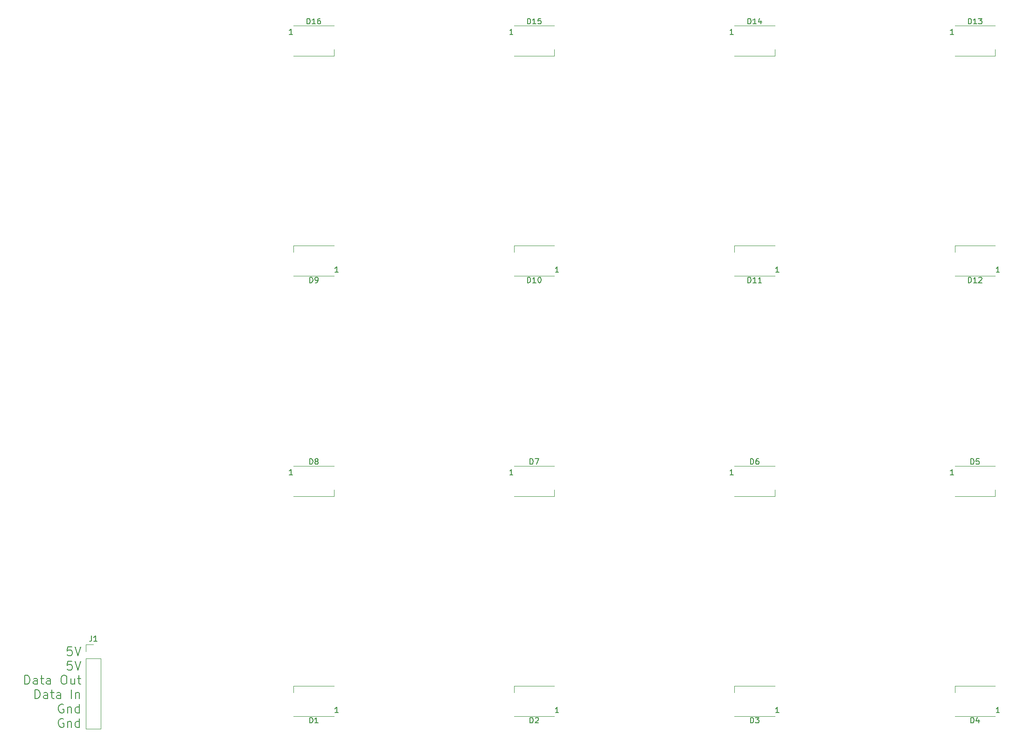
<source format=gbr>
G04 #@! TF.GenerationSoftware,KiCad,Pcbnew,(5.1.5)-3*
G04 #@! TF.CreationDate,2021-10-07T01:12:50-04:00*
G04 #@! TF.ProjectId,RIGHT_Side Panel,52494748-545f-4536-9964-652050616e65,rev?*
G04 #@! TF.SameCoordinates,Original*
G04 #@! TF.FileFunction,Legend,Top*
G04 #@! TF.FilePolarity,Positive*
%FSLAX46Y46*%
G04 Gerber Fmt 4.6, Leading zero omitted, Abs format (unit mm)*
G04 Created by KiCad (PCBNEW (5.1.5)-3) date 2021-10-07 01:12:50*
%MOMM*%
%LPD*%
G04 APERTURE LIST*
%ADD10C,0.200000*%
%ADD11C,0.120000*%
%ADD12C,0.150000*%
G04 APERTURE END LIST*
D10*
X21117619Y-189123809D02*
X20355714Y-189123809D01*
X20279523Y-189885714D01*
X20355714Y-189809523D01*
X20508095Y-189733333D01*
X20889047Y-189733333D01*
X21041428Y-189809523D01*
X21117619Y-189885714D01*
X21193809Y-190038095D01*
X21193809Y-190419047D01*
X21117619Y-190571428D01*
X21041428Y-190647619D01*
X20889047Y-190723809D01*
X20508095Y-190723809D01*
X20355714Y-190647619D01*
X20279523Y-190571428D01*
X21650952Y-189123809D02*
X22184285Y-190723809D01*
X22717619Y-189123809D01*
X21117619Y-191723809D02*
X20355714Y-191723809D01*
X20279523Y-192485714D01*
X20355714Y-192409523D01*
X20508095Y-192333333D01*
X20889047Y-192333333D01*
X21041428Y-192409523D01*
X21117619Y-192485714D01*
X21193809Y-192638095D01*
X21193809Y-193019047D01*
X21117619Y-193171428D01*
X21041428Y-193247619D01*
X20889047Y-193323809D01*
X20508095Y-193323809D01*
X20355714Y-193247619D01*
X20279523Y-193171428D01*
X21650952Y-191723809D02*
X22184285Y-193323809D01*
X22717619Y-191723809D01*
X12584285Y-195923809D02*
X12584285Y-194323809D01*
X12965238Y-194323809D01*
X13193809Y-194400000D01*
X13346190Y-194552380D01*
X13422380Y-194704761D01*
X13498571Y-195009523D01*
X13498571Y-195238095D01*
X13422380Y-195542857D01*
X13346190Y-195695238D01*
X13193809Y-195847619D01*
X12965238Y-195923809D01*
X12584285Y-195923809D01*
X14870000Y-195923809D02*
X14870000Y-195085714D01*
X14793809Y-194933333D01*
X14641428Y-194857142D01*
X14336666Y-194857142D01*
X14184285Y-194933333D01*
X14870000Y-195847619D02*
X14717619Y-195923809D01*
X14336666Y-195923809D01*
X14184285Y-195847619D01*
X14108095Y-195695238D01*
X14108095Y-195542857D01*
X14184285Y-195390476D01*
X14336666Y-195314285D01*
X14717619Y-195314285D01*
X14870000Y-195238095D01*
X15403333Y-194857142D02*
X16012857Y-194857142D01*
X15631904Y-194323809D02*
X15631904Y-195695238D01*
X15708095Y-195847619D01*
X15860476Y-195923809D01*
X16012857Y-195923809D01*
X17231904Y-195923809D02*
X17231904Y-195085714D01*
X17155714Y-194933333D01*
X17003333Y-194857142D01*
X16698571Y-194857142D01*
X16546190Y-194933333D01*
X17231904Y-195847619D02*
X17079523Y-195923809D01*
X16698571Y-195923809D01*
X16546190Y-195847619D01*
X16470000Y-195695238D01*
X16470000Y-195542857D01*
X16546190Y-195390476D01*
X16698571Y-195314285D01*
X17079523Y-195314285D01*
X17231904Y-195238095D01*
X19517619Y-194323809D02*
X19822380Y-194323809D01*
X19974761Y-194400000D01*
X20127142Y-194552380D01*
X20203333Y-194857142D01*
X20203333Y-195390476D01*
X20127142Y-195695238D01*
X19974761Y-195847619D01*
X19822380Y-195923809D01*
X19517619Y-195923809D01*
X19365238Y-195847619D01*
X19212857Y-195695238D01*
X19136666Y-195390476D01*
X19136666Y-194857142D01*
X19212857Y-194552380D01*
X19365238Y-194400000D01*
X19517619Y-194323809D01*
X21574761Y-194857142D02*
X21574761Y-195923809D01*
X20889047Y-194857142D02*
X20889047Y-195695238D01*
X20965238Y-195847619D01*
X21117619Y-195923809D01*
X21346190Y-195923809D01*
X21498571Y-195847619D01*
X21574761Y-195771428D01*
X22108095Y-194857142D02*
X22717619Y-194857142D01*
X22336666Y-194323809D02*
X22336666Y-195695238D01*
X22412857Y-195847619D01*
X22565238Y-195923809D01*
X22717619Y-195923809D01*
X14412857Y-198523809D02*
X14412857Y-196923809D01*
X14793809Y-196923809D01*
X15022380Y-197000000D01*
X15174761Y-197152380D01*
X15250952Y-197304761D01*
X15327142Y-197609523D01*
X15327142Y-197838095D01*
X15250952Y-198142857D01*
X15174761Y-198295238D01*
X15022380Y-198447619D01*
X14793809Y-198523809D01*
X14412857Y-198523809D01*
X16698571Y-198523809D02*
X16698571Y-197685714D01*
X16622380Y-197533333D01*
X16470000Y-197457142D01*
X16165238Y-197457142D01*
X16012857Y-197533333D01*
X16698571Y-198447619D02*
X16546190Y-198523809D01*
X16165238Y-198523809D01*
X16012857Y-198447619D01*
X15936666Y-198295238D01*
X15936666Y-198142857D01*
X16012857Y-197990476D01*
X16165238Y-197914285D01*
X16546190Y-197914285D01*
X16698571Y-197838095D01*
X17231904Y-197457142D02*
X17841428Y-197457142D01*
X17460476Y-196923809D02*
X17460476Y-198295238D01*
X17536666Y-198447619D01*
X17689047Y-198523809D01*
X17841428Y-198523809D01*
X19060476Y-198523809D02*
X19060476Y-197685714D01*
X18984285Y-197533333D01*
X18831904Y-197457142D01*
X18527142Y-197457142D01*
X18374761Y-197533333D01*
X19060476Y-198447619D02*
X18908095Y-198523809D01*
X18527142Y-198523809D01*
X18374761Y-198447619D01*
X18298571Y-198295238D01*
X18298571Y-198142857D01*
X18374761Y-197990476D01*
X18527142Y-197914285D01*
X18908095Y-197914285D01*
X19060476Y-197838095D01*
X21041428Y-198523809D02*
X21041428Y-196923809D01*
X21803333Y-197457142D02*
X21803333Y-198523809D01*
X21803333Y-197609523D02*
X21879523Y-197533333D01*
X22031904Y-197457142D01*
X22260476Y-197457142D01*
X22412857Y-197533333D01*
X22489047Y-197685714D01*
X22489047Y-198523809D01*
X19593809Y-199600000D02*
X19441428Y-199523809D01*
X19212857Y-199523809D01*
X18984285Y-199600000D01*
X18831904Y-199752380D01*
X18755714Y-199904761D01*
X18679523Y-200209523D01*
X18679523Y-200438095D01*
X18755714Y-200742857D01*
X18831904Y-200895238D01*
X18984285Y-201047619D01*
X19212857Y-201123809D01*
X19365238Y-201123809D01*
X19593809Y-201047619D01*
X19670000Y-200971428D01*
X19670000Y-200438095D01*
X19365238Y-200438095D01*
X20355714Y-200057142D02*
X20355714Y-201123809D01*
X20355714Y-200209523D02*
X20431904Y-200133333D01*
X20584285Y-200057142D01*
X20812857Y-200057142D01*
X20965238Y-200133333D01*
X21041428Y-200285714D01*
X21041428Y-201123809D01*
X22489047Y-201123809D02*
X22489047Y-199523809D01*
X22489047Y-201047619D02*
X22336666Y-201123809D01*
X22031904Y-201123809D01*
X21879523Y-201047619D01*
X21803333Y-200971428D01*
X21727142Y-200819047D01*
X21727142Y-200361904D01*
X21803333Y-200209523D01*
X21879523Y-200133333D01*
X22031904Y-200057142D01*
X22336666Y-200057142D01*
X22489047Y-200133333D01*
X19593809Y-202200000D02*
X19441428Y-202123809D01*
X19212857Y-202123809D01*
X18984285Y-202200000D01*
X18831904Y-202352380D01*
X18755714Y-202504761D01*
X18679523Y-202809523D01*
X18679523Y-203038095D01*
X18755714Y-203342857D01*
X18831904Y-203495238D01*
X18984285Y-203647619D01*
X19212857Y-203723809D01*
X19365238Y-203723809D01*
X19593809Y-203647619D01*
X19670000Y-203571428D01*
X19670000Y-203038095D01*
X19365238Y-203038095D01*
X20355714Y-202657142D02*
X20355714Y-203723809D01*
X20355714Y-202809523D02*
X20431904Y-202733333D01*
X20584285Y-202657142D01*
X20812857Y-202657142D01*
X20965238Y-202733333D01*
X21041428Y-202885714D01*
X21041428Y-203723809D01*
X22489047Y-203723809D02*
X22489047Y-202123809D01*
X22489047Y-203647619D02*
X22336666Y-203723809D01*
X22031904Y-203723809D01*
X21879523Y-203647619D01*
X21803333Y-203571428D01*
X21727142Y-203419047D01*
X21727142Y-202961904D01*
X21803333Y-202809523D01*
X21879523Y-202733333D01*
X22031904Y-202657142D01*
X22336666Y-202657142D01*
X22489047Y-202733333D01*
D11*
X23670000Y-188670000D02*
X25000000Y-188670000D01*
X23670000Y-190000000D02*
X23670000Y-188670000D01*
X23670000Y-191270000D02*
X26330000Y-191270000D01*
X26330000Y-191270000D02*
X26330000Y-204030000D01*
X23670000Y-191270000D02*
X23670000Y-204030000D01*
X23670000Y-204030000D02*
X26330000Y-204030000D01*
X68650000Y-81750000D02*
X68650000Y-80600000D01*
X61350000Y-81750000D02*
X68650000Y-81750000D01*
X61350000Y-76250000D02*
X68650000Y-76250000D01*
X108650000Y-81750000D02*
X108650000Y-80600000D01*
X101350000Y-81750000D02*
X108650000Y-81750000D01*
X101350000Y-76250000D02*
X108650000Y-76250000D01*
X148650000Y-81750000D02*
X148650000Y-80600000D01*
X141350000Y-81750000D02*
X148650000Y-81750000D01*
X141350000Y-76250000D02*
X148650000Y-76250000D01*
X188650000Y-81750000D02*
X188650000Y-80600000D01*
X181350000Y-81750000D02*
X188650000Y-81750000D01*
X181350000Y-76250000D02*
X188650000Y-76250000D01*
X181350000Y-116250000D02*
X181350000Y-117400000D01*
X188650000Y-116250000D02*
X181350000Y-116250000D01*
X188650000Y-121750000D02*
X181350000Y-121750000D01*
X141350000Y-116250000D02*
X141350000Y-117400000D01*
X148650000Y-116250000D02*
X141350000Y-116250000D01*
X148650000Y-121750000D02*
X141350000Y-121750000D01*
X101350000Y-116250000D02*
X101350000Y-117400000D01*
X108650000Y-116250000D02*
X101350000Y-116250000D01*
X108650000Y-121750000D02*
X101350000Y-121750000D01*
X68650000Y-121750000D02*
X61350000Y-121750000D01*
X68650000Y-116250000D02*
X61350000Y-116250000D01*
X61350000Y-116250000D02*
X61350000Y-117400000D01*
X61350000Y-156250000D02*
X68650000Y-156250000D01*
X61350000Y-161750000D02*
X68650000Y-161750000D01*
X68650000Y-161750000D02*
X68650000Y-160600000D01*
X101350000Y-156250000D02*
X108650000Y-156250000D01*
X101350000Y-161750000D02*
X108650000Y-161750000D01*
X108650000Y-161750000D02*
X108650000Y-160600000D01*
X148650000Y-161750000D02*
X148650000Y-160600000D01*
X141350000Y-161750000D02*
X148650000Y-161750000D01*
X141350000Y-156250000D02*
X148650000Y-156250000D01*
X188650000Y-161750000D02*
X188650000Y-160600000D01*
X181350000Y-161750000D02*
X188650000Y-161750000D01*
X181350000Y-156250000D02*
X188650000Y-156250000D01*
X181350000Y-196250000D02*
X181350000Y-197400000D01*
X188650000Y-196250000D02*
X181350000Y-196250000D01*
X188650000Y-201750000D02*
X181350000Y-201750000D01*
X141350000Y-196250000D02*
X141350000Y-197400000D01*
X148650000Y-196250000D02*
X141350000Y-196250000D01*
X148650000Y-201750000D02*
X141350000Y-201750000D01*
X101350000Y-196250000D02*
X101350000Y-197400000D01*
X108650000Y-196250000D02*
X101350000Y-196250000D01*
X108650000Y-201750000D02*
X101350000Y-201750000D01*
X61350000Y-196250000D02*
X61350000Y-197400000D01*
X68650000Y-196250000D02*
X61350000Y-196250000D01*
X68650000Y-201750000D02*
X61350000Y-201750000D01*
D12*
X24666666Y-187122380D02*
X24666666Y-187836666D01*
X24619047Y-187979523D01*
X24523809Y-188074761D01*
X24380952Y-188122380D01*
X24285714Y-188122380D01*
X25666666Y-188122380D02*
X25095238Y-188122380D01*
X25380952Y-188122380D02*
X25380952Y-187122380D01*
X25285714Y-187265238D01*
X25190476Y-187360476D01*
X25095238Y-187408095D01*
X63785714Y-75952380D02*
X63785714Y-74952380D01*
X64023809Y-74952380D01*
X64166666Y-75000000D01*
X64261904Y-75095238D01*
X64309523Y-75190476D01*
X64357142Y-75380952D01*
X64357142Y-75523809D01*
X64309523Y-75714285D01*
X64261904Y-75809523D01*
X64166666Y-75904761D01*
X64023809Y-75952380D01*
X63785714Y-75952380D01*
X65309523Y-75952380D02*
X64738095Y-75952380D01*
X65023809Y-75952380D02*
X65023809Y-74952380D01*
X64928571Y-75095238D01*
X64833333Y-75190476D01*
X64738095Y-75238095D01*
X66166666Y-74952380D02*
X65976190Y-74952380D01*
X65880952Y-75000000D01*
X65833333Y-75047619D01*
X65738095Y-75190476D01*
X65690476Y-75380952D01*
X65690476Y-75761904D01*
X65738095Y-75857142D01*
X65785714Y-75904761D01*
X65880952Y-75952380D01*
X66071428Y-75952380D01*
X66166666Y-75904761D01*
X66214285Y-75857142D01*
X66261904Y-75761904D01*
X66261904Y-75523809D01*
X66214285Y-75428571D01*
X66166666Y-75380952D01*
X66071428Y-75333333D01*
X65880952Y-75333333D01*
X65785714Y-75380952D01*
X65738095Y-75428571D01*
X65690476Y-75523809D01*
X61135714Y-77852380D02*
X60564285Y-77852380D01*
X60850000Y-77852380D02*
X60850000Y-76852380D01*
X60754761Y-76995238D01*
X60659523Y-77090476D01*
X60564285Y-77138095D01*
X103785714Y-75952380D02*
X103785714Y-74952380D01*
X104023809Y-74952380D01*
X104166666Y-75000000D01*
X104261904Y-75095238D01*
X104309523Y-75190476D01*
X104357142Y-75380952D01*
X104357142Y-75523809D01*
X104309523Y-75714285D01*
X104261904Y-75809523D01*
X104166666Y-75904761D01*
X104023809Y-75952380D01*
X103785714Y-75952380D01*
X105309523Y-75952380D02*
X104738095Y-75952380D01*
X105023809Y-75952380D02*
X105023809Y-74952380D01*
X104928571Y-75095238D01*
X104833333Y-75190476D01*
X104738095Y-75238095D01*
X106214285Y-74952380D02*
X105738095Y-74952380D01*
X105690476Y-75428571D01*
X105738095Y-75380952D01*
X105833333Y-75333333D01*
X106071428Y-75333333D01*
X106166666Y-75380952D01*
X106214285Y-75428571D01*
X106261904Y-75523809D01*
X106261904Y-75761904D01*
X106214285Y-75857142D01*
X106166666Y-75904761D01*
X106071428Y-75952380D01*
X105833333Y-75952380D01*
X105738095Y-75904761D01*
X105690476Y-75857142D01*
X101135714Y-77852380D02*
X100564285Y-77852380D01*
X100850000Y-77852380D02*
X100850000Y-76852380D01*
X100754761Y-76995238D01*
X100659523Y-77090476D01*
X100564285Y-77138095D01*
X143785714Y-75952380D02*
X143785714Y-74952380D01*
X144023809Y-74952380D01*
X144166666Y-75000000D01*
X144261904Y-75095238D01*
X144309523Y-75190476D01*
X144357142Y-75380952D01*
X144357142Y-75523809D01*
X144309523Y-75714285D01*
X144261904Y-75809523D01*
X144166666Y-75904761D01*
X144023809Y-75952380D01*
X143785714Y-75952380D01*
X145309523Y-75952380D02*
X144738095Y-75952380D01*
X145023809Y-75952380D02*
X145023809Y-74952380D01*
X144928571Y-75095238D01*
X144833333Y-75190476D01*
X144738095Y-75238095D01*
X146166666Y-75285714D02*
X146166666Y-75952380D01*
X145928571Y-74904761D02*
X145690476Y-75619047D01*
X146309523Y-75619047D01*
X141135714Y-77852380D02*
X140564285Y-77852380D01*
X140850000Y-77852380D02*
X140850000Y-76852380D01*
X140754761Y-76995238D01*
X140659523Y-77090476D01*
X140564285Y-77138095D01*
X183785714Y-75952380D02*
X183785714Y-74952380D01*
X184023809Y-74952380D01*
X184166666Y-75000000D01*
X184261904Y-75095238D01*
X184309523Y-75190476D01*
X184357142Y-75380952D01*
X184357142Y-75523809D01*
X184309523Y-75714285D01*
X184261904Y-75809523D01*
X184166666Y-75904761D01*
X184023809Y-75952380D01*
X183785714Y-75952380D01*
X185309523Y-75952380D02*
X184738095Y-75952380D01*
X185023809Y-75952380D02*
X185023809Y-74952380D01*
X184928571Y-75095238D01*
X184833333Y-75190476D01*
X184738095Y-75238095D01*
X185642857Y-74952380D02*
X186261904Y-74952380D01*
X185928571Y-75333333D01*
X186071428Y-75333333D01*
X186166666Y-75380952D01*
X186214285Y-75428571D01*
X186261904Y-75523809D01*
X186261904Y-75761904D01*
X186214285Y-75857142D01*
X186166666Y-75904761D01*
X186071428Y-75952380D01*
X185785714Y-75952380D01*
X185690476Y-75904761D01*
X185642857Y-75857142D01*
X181135714Y-77852380D02*
X180564285Y-77852380D01*
X180850000Y-77852380D02*
X180850000Y-76852380D01*
X180754761Y-76995238D01*
X180659523Y-77090476D01*
X180564285Y-77138095D01*
X183785714Y-122952380D02*
X183785714Y-121952380D01*
X184023809Y-121952380D01*
X184166666Y-122000000D01*
X184261904Y-122095238D01*
X184309523Y-122190476D01*
X184357142Y-122380952D01*
X184357142Y-122523809D01*
X184309523Y-122714285D01*
X184261904Y-122809523D01*
X184166666Y-122904761D01*
X184023809Y-122952380D01*
X183785714Y-122952380D01*
X185309523Y-122952380D02*
X184738095Y-122952380D01*
X185023809Y-122952380D02*
X185023809Y-121952380D01*
X184928571Y-122095238D01*
X184833333Y-122190476D01*
X184738095Y-122238095D01*
X185690476Y-122047619D02*
X185738095Y-122000000D01*
X185833333Y-121952380D01*
X186071428Y-121952380D01*
X186166666Y-122000000D01*
X186214285Y-122047619D01*
X186261904Y-122142857D01*
X186261904Y-122238095D01*
X186214285Y-122380952D01*
X185642857Y-122952380D01*
X186261904Y-122952380D01*
X189435714Y-121052380D02*
X188864285Y-121052380D01*
X189150000Y-121052380D02*
X189150000Y-120052380D01*
X189054761Y-120195238D01*
X188959523Y-120290476D01*
X188864285Y-120338095D01*
X143785714Y-122952380D02*
X143785714Y-121952380D01*
X144023809Y-121952380D01*
X144166666Y-122000000D01*
X144261904Y-122095238D01*
X144309523Y-122190476D01*
X144357142Y-122380952D01*
X144357142Y-122523809D01*
X144309523Y-122714285D01*
X144261904Y-122809523D01*
X144166666Y-122904761D01*
X144023809Y-122952380D01*
X143785714Y-122952380D01*
X145309523Y-122952380D02*
X144738095Y-122952380D01*
X145023809Y-122952380D02*
X145023809Y-121952380D01*
X144928571Y-122095238D01*
X144833333Y-122190476D01*
X144738095Y-122238095D01*
X146261904Y-122952380D02*
X145690476Y-122952380D01*
X145976190Y-122952380D02*
X145976190Y-121952380D01*
X145880952Y-122095238D01*
X145785714Y-122190476D01*
X145690476Y-122238095D01*
X149435714Y-121052380D02*
X148864285Y-121052380D01*
X149150000Y-121052380D02*
X149150000Y-120052380D01*
X149054761Y-120195238D01*
X148959523Y-120290476D01*
X148864285Y-120338095D01*
X103785714Y-122952380D02*
X103785714Y-121952380D01*
X104023809Y-121952380D01*
X104166666Y-122000000D01*
X104261904Y-122095238D01*
X104309523Y-122190476D01*
X104357142Y-122380952D01*
X104357142Y-122523809D01*
X104309523Y-122714285D01*
X104261904Y-122809523D01*
X104166666Y-122904761D01*
X104023809Y-122952380D01*
X103785714Y-122952380D01*
X105309523Y-122952380D02*
X104738095Y-122952380D01*
X105023809Y-122952380D02*
X105023809Y-121952380D01*
X104928571Y-122095238D01*
X104833333Y-122190476D01*
X104738095Y-122238095D01*
X105928571Y-121952380D02*
X106023809Y-121952380D01*
X106119047Y-122000000D01*
X106166666Y-122047619D01*
X106214285Y-122142857D01*
X106261904Y-122333333D01*
X106261904Y-122571428D01*
X106214285Y-122761904D01*
X106166666Y-122857142D01*
X106119047Y-122904761D01*
X106023809Y-122952380D01*
X105928571Y-122952380D01*
X105833333Y-122904761D01*
X105785714Y-122857142D01*
X105738095Y-122761904D01*
X105690476Y-122571428D01*
X105690476Y-122333333D01*
X105738095Y-122142857D01*
X105785714Y-122047619D01*
X105833333Y-122000000D01*
X105928571Y-121952380D01*
X109435714Y-121052380D02*
X108864285Y-121052380D01*
X109150000Y-121052380D02*
X109150000Y-120052380D01*
X109054761Y-120195238D01*
X108959523Y-120290476D01*
X108864285Y-120338095D01*
X64261904Y-122952380D02*
X64261904Y-121952380D01*
X64500000Y-121952380D01*
X64642857Y-122000000D01*
X64738095Y-122095238D01*
X64785714Y-122190476D01*
X64833333Y-122380952D01*
X64833333Y-122523809D01*
X64785714Y-122714285D01*
X64738095Y-122809523D01*
X64642857Y-122904761D01*
X64500000Y-122952380D01*
X64261904Y-122952380D01*
X65309523Y-122952380D02*
X65500000Y-122952380D01*
X65595238Y-122904761D01*
X65642857Y-122857142D01*
X65738095Y-122714285D01*
X65785714Y-122523809D01*
X65785714Y-122142857D01*
X65738095Y-122047619D01*
X65690476Y-122000000D01*
X65595238Y-121952380D01*
X65404761Y-121952380D01*
X65309523Y-122000000D01*
X65261904Y-122047619D01*
X65214285Y-122142857D01*
X65214285Y-122380952D01*
X65261904Y-122476190D01*
X65309523Y-122523809D01*
X65404761Y-122571428D01*
X65595238Y-122571428D01*
X65690476Y-122523809D01*
X65738095Y-122476190D01*
X65785714Y-122380952D01*
X69435714Y-121052380D02*
X68864285Y-121052380D01*
X69150000Y-121052380D02*
X69150000Y-120052380D01*
X69054761Y-120195238D01*
X68959523Y-120290476D01*
X68864285Y-120338095D01*
X64261904Y-155952380D02*
X64261904Y-154952380D01*
X64500000Y-154952380D01*
X64642857Y-155000000D01*
X64738095Y-155095238D01*
X64785714Y-155190476D01*
X64833333Y-155380952D01*
X64833333Y-155523809D01*
X64785714Y-155714285D01*
X64738095Y-155809523D01*
X64642857Y-155904761D01*
X64500000Y-155952380D01*
X64261904Y-155952380D01*
X65404761Y-155380952D02*
X65309523Y-155333333D01*
X65261904Y-155285714D01*
X65214285Y-155190476D01*
X65214285Y-155142857D01*
X65261904Y-155047619D01*
X65309523Y-155000000D01*
X65404761Y-154952380D01*
X65595238Y-154952380D01*
X65690476Y-155000000D01*
X65738095Y-155047619D01*
X65785714Y-155142857D01*
X65785714Y-155190476D01*
X65738095Y-155285714D01*
X65690476Y-155333333D01*
X65595238Y-155380952D01*
X65404761Y-155380952D01*
X65309523Y-155428571D01*
X65261904Y-155476190D01*
X65214285Y-155571428D01*
X65214285Y-155761904D01*
X65261904Y-155857142D01*
X65309523Y-155904761D01*
X65404761Y-155952380D01*
X65595238Y-155952380D01*
X65690476Y-155904761D01*
X65738095Y-155857142D01*
X65785714Y-155761904D01*
X65785714Y-155571428D01*
X65738095Y-155476190D01*
X65690476Y-155428571D01*
X65595238Y-155380952D01*
X61135714Y-157852380D02*
X60564285Y-157852380D01*
X60850000Y-157852380D02*
X60850000Y-156852380D01*
X60754761Y-156995238D01*
X60659523Y-157090476D01*
X60564285Y-157138095D01*
X104261904Y-155952380D02*
X104261904Y-154952380D01*
X104500000Y-154952380D01*
X104642857Y-155000000D01*
X104738095Y-155095238D01*
X104785714Y-155190476D01*
X104833333Y-155380952D01*
X104833333Y-155523809D01*
X104785714Y-155714285D01*
X104738095Y-155809523D01*
X104642857Y-155904761D01*
X104500000Y-155952380D01*
X104261904Y-155952380D01*
X105166666Y-154952380D02*
X105833333Y-154952380D01*
X105404761Y-155952380D01*
X101135714Y-157852380D02*
X100564285Y-157852380D01*
X100850000Y-157852380D02*
X100850000Y-156852380D01*
X100754761Y-156995238D01*
X100659523Y-157090476D01*
X100564285Y-157138095D01*
X144261904Y-155952380D02*
X144261904Y-154952380D01*
X144500000Y-154952380D01*
X144642857Y-155000000D01*
X144738095Y-155095238D01*
X144785714Y-155190476D01*
X144833333Y-155380952D01*
X144833333Y-155523809D01*
X144785714Y-155714285D01*
X144738095Y-155809523D01*
X144642857Y-155904761D01*
X144500000Y-155952380D01*
X144261904Y-155952380D01*
X145690476Y-154952380D02*
X145500000Y-154952380D01*
X145404761Y-155000000D01*
X145357142Y-155047619D01*
X145261904Y-155190476D01*
X145214285Y-155380952D01*
X145214285Y-155761904D01*
X145261904Y-155857142D01*
X145309523Y-155904761D01*
X145404761Y-155952380D01*
X145595238Y-155952380D01*
X145690476Y-155904761D01*
X145738095Y-155857142D01*
X145785714Y-155761904D01*
X145785714Y-155523809D01*
X145738095Y-155428571D01*
X145690476Y-155380952D01*
X145595238Y-155333333D01*
X145404761Y-155333333D01*
X145309523Y-155380952D01*
X145261904Y-155428571D01*
X145214285Y-155523809D01*
X141135714Y-157852380D02*
X140564285Y-157852380D01*
X140850000Y-157852380D02*
X140850000Y-156852380D01*
X140754761Y-156995238D01*
X140659523Y-157090476D01*
X140564285Y-157138095D01*
X184261904Y-155952380D02*
X184261904Y-154952380D01*
X184500000Y-154952380D01*
X184642857Y-155000000D01*
X184738095Y-155095238D01*
X184785714Y-155190476D01*
X184833333Y-155380952D01*
X184833333Y-155523809D01*
X184785714Y-155714285D01*
X184738095Y-155809523D01*
X184642857Y-155904761D01*
X184500000Y-155952380D01*
X184261904Y-155952380D01*
X185738095Y-154952380D02*
X185261904Y-154952380D01*
X185214285Y-155428571D01*
X185261904Y-155380952D01*
X185357142Y-155333333D01*
X185595238Y-155333333D01*
X185690476Y-155380952D01*
X185738095Y-155428571D01*
X185785714Y-155523809D01*
X185785714Y-155761904D01*
X185738095Y-155857142D01*
X185690476Y-155904761D01*
X185595238Y-155952380D01*
X185357142Y-155952380D01*
X185261904Y-155904761D01*
X185214285Y-155857142D01*
X181135714Y-157852380D02*
X180564285Y-157852380D01*
X180850000Y-157852380D02*
X180850000Y-156852380D01*
X180754761Y-156995238D01*
X180659523Y-157090476D01*
X180564285Y-157138095D01*
X184261904Y-202952380D02*
X184261904Y-201952380D01*
X184500000Y-201952380D01*
X184642857Y-202000000D01*
X184738095Y-202095238D01*
X184785714Y-202190476D01*
X184833333Y-202380952D01*
X184833333Y-202523809D01*
X184785714Y-202714285D01*
X184738095Y-202809523D01*
X184642857Y-202904761D01*
X184500000Y-202952380D01*
X184261904Y-202952380D01*
X185690476Y-202285714D02*
X185690476Y-202952380D01*
X185452380Y-201904761D02*
X185214285Y-202619047D01*
X185833333Y-202619047D01*
X189435714Y-201052380D02*
X188864285Y-201052380D01*
X189150000Y-201052380D02*
X189150000Y-200052380D01*
X189054761Y-200195238D01*
X188959523Y-200290476D01*
X188864285Y-200338095D01*
X144261904Y-202952380D02*
X144261904Y-201952380D01*
X144500000Y-201952380D01*
X144642857Y-202000000D01*
X144738095Y-202095238D01*
X144785714Y-202190476D01*
X144833333Y-202380952D01*
X144833333Y-202523809D01*
X144785714Y-202714285D01*
X144738095Y-202809523D01*
X144642857Y-202904761D01*
X144500000Y-202952380D01*
X144261904Y-202952380D01*
X145166666Y-201952380D02*
X145785714Y-201952380D01*
X145452380Y-202333333D01*
X145595238Y-202333333D01*
X145690476Y-202380952D01*
X145738095Y-202428571D01*
X145785714Y-202523809D01*
X145785714Y-202761904D01*
X145738095Y-202857142D01*
X145690476Y-202904761D01*
X145595238Y-202952380D01*
X145309523Y-202952380D01*
X145214285Y-202904761D01*
X145166666Y-202857142D01*
X149435714Y-201052380D02*
X148864285Y-201052380D01*
X149150000Y-201052380D02*
X149150000Y-200052380D01*
X149054761Y-200195238D01*
X148959523Y-200290476D01*
X148864285Y-200338095D01*
X104261904Y-202952380D02*
X104261904Y-201952380D01*
X104500000Y-201952380D01*
X104642857Y-202000000D01*
X104738095Y-202095238D01*
X104785714Y-202190476D01*
X104833333Y-202380952D01*
X104833333Y-202523809D01*
X104785714Y-202714285D01*
X104738095Y-202809523D01*
X104642857Y-202904761D01*
X104500000Y-202952380D01*
X104261904Y-202952380D01*
X105214285Y-202047619D02*
X105261904Y-202000000D01*
X105357142Y-201952380D01*
X105595238Y-201952380D01*
X105690476Y-202000000D01*
X105738095Y-202047619D01*
X105785714Y-202142857D01*
X105785714Y-202238095D01*
X105738095Y-202380952D01*
X105166666Y-202952380D01*
X105785714Y-202952380D01*
X109435714Y-201052380D02*
X108864285Y-201052380D01*
X109150000Y-201052380D02*
X109150000Y-200052380D01*
X109054761Y-200195238D01*
X108959523Y-200290476D01*
X108864285Y-200338095D01*
X64261904Y-202952380D02*
X64261904Y-201952380D01*
X64500000Y-201952380D01*
X64642857Y-202000000D01*
X64738095Y-202095238D01*
X64785714Y-202190476D01*
X64833333Y-202380952D01*
X64833333Y-202523809D01*
X64785714Y-202714285D01*
X64738095Y-202809523D01*
X64642857Y-202904761D01*
X64500000Y-202952380D01*
X64261904Y-202952380D01*
X65785714Y-202952380D02*
X65214285Y-202952380D01*
X65500000Y-202952380D02*
X65500000Y-201952380D01*
X65404761Y-202095238D01*
X65309523Y-202190476D01*
X65214285Y-202238095D01*
X69435714Y-201052380D02*
X68864285Y-201052380D01*
X69150000Y-201052380D02*
X69150000Y-200052380D01*
X69054761Y-200195238D01*
X68959523Y-200290476D01*
X68864285Y-200338095D01*
M02*

</source>
